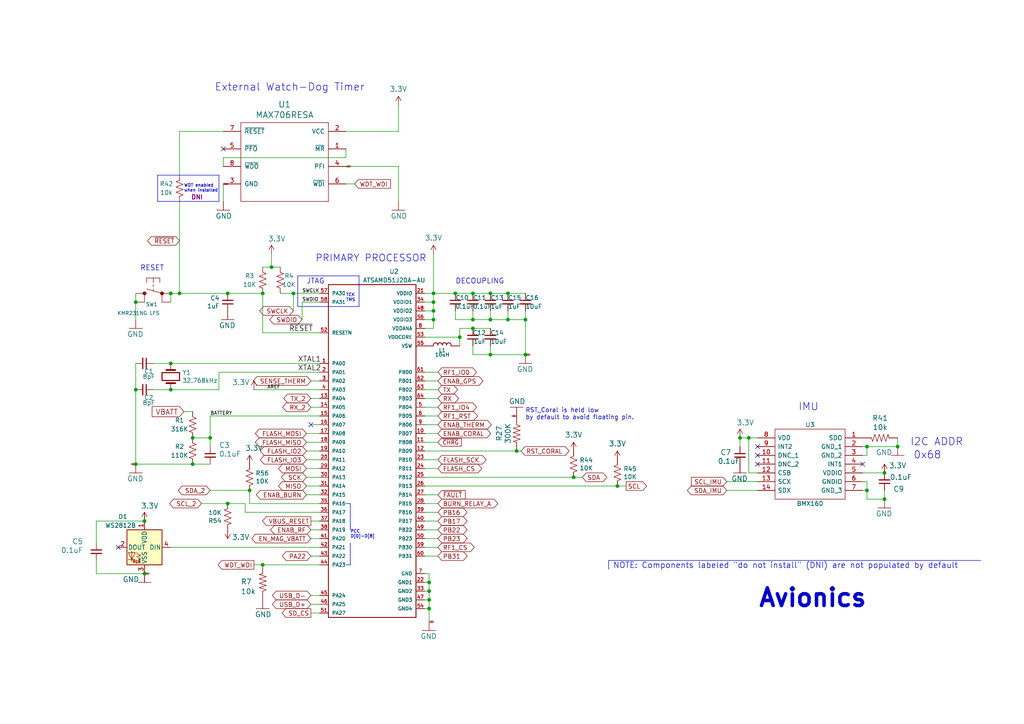
<source format=kicad_sch>
(kicad_sch (version 20230121) (generator eeschema)
  (paper "A4")
  (title_block (title "PyCubed Mainboard") (date "2021-06-09") (rev "v05c") (company "Max Holliday"))
  (lib_symbols
    (symbol "Device:Crystal" (pin_numbers hide) (pin_names (offset 1.016) hide)
      (property "Reference" "Y" (at 0 3.81 0))
      (property "Value" "Crystal" (at 0 -3.81 0))
      (symbol "Crystal_0_1"
        (rectangle (start -1.143 2.54) (end 1.143 -2.54) (stroke (width 0.3048)))
        (polyline (pts (xy -2.54 0) (xy -1.905 0)))
        (polyline (pts (xy -1.905 -1.27) (xy -1.905 1.27)) (stroke (width 0.508)))
        (polyline (pts (xy 1.905 -1.27) (xy 1.905 1.27)) (stroke (width 0.508)))
        (polyline (pts (xy 2.54 0) (xy 1.905 0)))
      )
      (symbol "Crystal_1_1"
        (pin passive line (at -3.81 0 0) (length 1.27) (name "1") (number "1"))
        (pin passive line (at 3.81 0 180) (length 1.27) (name "2") (number "2"))
      )
    )
    (symbol "Device:R_US" (pin_numbers hide) (pin_names (offset 0))
      (property "Reference" "R" (at 2.54 0 90))
      (property "Value" "R_US" (at -2.54 0 90))
      (symbol "R_US_0_1"
        (polyline (pts (xy 0 -2.286) (xy 0 -2.54)))
        (polyline (pts (xy 0 2.286) (xy 0 2.54)))
        (polyline (pts (xy 0 -0.762) (xy 1.016 -1.143) (xy 0 -1.524) (xy -1.016 -1.905) (xy 0 -2.286)))
        (polyline (pts (xy 0 0.762) (xy 1.016 0.381) (xy 0 0) (xy -1.016 -0.381) (xy 0 -0.762)))
        (polyline (pts (xy 0 2.286) (xy 1.016 1.905) (xy 0 1.524) (xy -1.016 1.143) (xy 0 0.762)))
      )
      (symbol "R_US_1_1"
        (pin passive line (at 0 3.81 270) (length 1.27) (name "~") (number "1"))
        (pin passive line (at 0 -3.81 90) (length 1.27) (name "~") (number "2"))
      )
    )
    (symbol "LED:WS2812B" (pin_names (offset 0.254))
      (property "Reference" "D" (at 5.08 5.715 0))
      (property "Value" "WS2812B" (at 1.27 -5.715 0))
      (symbol "WS2812B_0_0"
        (text "RGB" (at 2.286 -4.191 0) (effects (font (size 0.762 0.762))))
      )
      (symbol "WS2812B_0_1"
        (polyline (pts (xy 1.27 -3.556) (xy 1.778 -3.556)))
        (polyline (pts (xy 1.27 -2.54) (xy 1.778 -2.54)))
        (polyline (pts (xy 4.699 -3.556) (xy 2.667 -3.556)))
        (polyline (pts (xy 2.286 -2.54) (xy 1.27 -3.556) (xy 1.27 -3.048)))
        (polyline (pts (xy 2.286 -1.524) (xy 1.27 -2.54) (xy 1.27 -2.032)))
        (polyline (pts (xy 3.683 -1.016) (xy 3.683 -3.556) (xy 3.683 -4.064)))
        (polyline (pts (xy 4.699 -1.524) (xy 2.667 -1.524) (xy 3.683 -3.556) (xy 4.699 -1.524)))
        (rectangle (start 5.08 5.08) (end -5.08 -5.08) (stroke (width 0.254)) (fill (type background)))
      )
      (symbol "WS2812B_1_1"
        (pin power_in line (at 0 7.62 270) (length 2.54) (name "VDD") (number "1"))
        (pin output line (at 7.62 0 180) (length 2.54) (name "DOUT") (number "2"))
        (pin power_in line (at 0 -7.62 90) (length 2.54) (name "VSS") (number "3"))
        (pin input line (at -7.62 0 0) (length 2.54) (name "DIN") (number "4"))
      )
    )
    (symbol "mainboard:3.3V" (power) (pin_names (offset 1.016))
      (property "Value" "3.3V" (at -1.016 3.556 0))
      (symbol "3.3V_1_0"
        (polyline (pts (xy 0 2.54) (xy -0.762 1.27)))
        (polyline (pts (xy 0.762 1.27) (xy 0 2.54)))
        (pin power_in line (at 0 0 90) (length 2.54) (name "3.3V") (number "1"))
      )
    )
    (symbol "mainboard:ATSAMD51J20A-AU" (pin_names (offset 1.016))
      (property "Reference" "U" (at -12.7254 48.4124 0))
      (property "Value" "ATSAMD51J20A-AU" (at -12.7254 -50.8762 0))
      (symbol "ATSAMD51J20A-AU_0_0"
        (polyline (pts (xy -12.7 -48.26) (xy 12.7 -48.26)) (stroke (width 0.254)))
        (polyline (pts (xy -12.7 48.26) (xy -12.7 -48.26)) (stroke (width 0.254)))
        (polyline (pts (xy 12.7 -48.26) (xy 12.7 48.26)) (stroke (width 0.254)))
        (polyline (pts (xy 12.7 48.26) (xy -12.7 48.26)) (stroke (width 0.254)))
        (pin bidirectional line (at -15.24 25.4 0) (length 2.54) (name "PA00") (number "1"))
        (pin bidirectional line (at 15.24 5.08 180) (length 2.54) (name "PB07") (number "10"))
        (pin bidirectional line (at 15.24 2.54 180) (length 2.54) (name "PB08") (number "11"))
        (pin bidirectional line (at 15.24 0 180) (length 2.54) (name "PB09") (number "12"))
        (pin bidirectional line (at -15.24 15.24 0) (length 2.54) (name "PA04") (number "13"))
        (pin bidirectional line (at -15.24 12.7 0) (length 2.54) (name "PA05") (number "14"))
        (pin bidirectional line (at -15.24 10.16 0) (length 2.54) (name "PA06") (number "15"))
        (pin bidirectional line (at -15.24 7.62 0) (length 2.54) (name "PA07") (number "16"))
        (pin bidirectional line (at -15.24 5.08 0) (length 2.54) (name "PA08") (number "17"))
        (pin bidirectional line (at -15.24 2.54 0) (length 2.54) (name "PA09") (number "18"))
        (pin bidirectional line (at -15.24 0 0) (length 2.54) (name "PA10") (number "19"))
        (pin bidirectional line (at -15.24 22.86 0) (length 2.54) (name "PA01") (number "2"))
        (pin bidirectional line (at -15.24 -2.54 0) (length 2.54) (name "PA11") (number "20"))
        (pin power_in line (at 15.24 45.72 180) (length 2.54) (name "VDDIO") (number "21"))
        (pin power_in line (at 15.24 -38.1 180) (length 2.54) (name "GND1") (number "22"))
        (pin bidirectional line (at 15.24 -2.54 180) (length 2.54) (name "PB10") (number "23"))
        (pin bidirectional line (at 15.24 -5.08 180) (length 2.54) (name "PB11") (number "24"))
        (pin bidirectional line (at 15.24 -7.62 180) (length 2.54) (name "PB12") (number "25"))
        (pin bidirectional line (at 15.24 -10.16 180) (length 2.54) (name "PB13") (number "26"))
        (pin bidirectional line (at 15.24 -12.7 180) (length 2.54) (name "PB14") (number "27"))
        (pin bidirectional line (at 15.24 -15.24 180) (length 2.54) (name "PB15") (number "28"))
        (pin bidirectional line (at -15.24 -5.08 0) (length 2.54) (name "PA12") (number "29"))
        (pin bidirectional line (at -15.24 20.32 0) (length 2.54) (name "PA02") (number "3"))
        (pin bidirectional line (at -15.24 -7.62 0) (length 2.54) (name "PA13") (number "30"))
        (pin bidirectional line (at -15.24 -10.16 0) (length 2.54) (name "PA14") (number "31"))
        (pin bidirectional line (at -15.24 -12.7 0) (length 2.54) (name "PA15") (number "32"))
        (pin power_in line (at 15.24 -40.64 180) (length 2.54) (name "GND2") (number "33"))
        (pin power_in line (at 15.24 43.18 180) (length 2.54) (name "VDDIO1") (number "34"))
        (pin bidirectional line (at -15.24 -15.24 0) (length 2.54) (name "PA16") (number "35"))
        (pin bidirectional line (at -15.24 -17.78 0) (length 2.54) (name "PA17") (number "36"))
        (pin bidirectional line (at -15.24 -20.32 0) (length 2.54) (name "PA18") (number "37"))
        (pin bidirectional line (at -15.24 -22.86 0) (length 2.54) (name "PA19") (number "38"))
        (pin bidirectional line (at 15.24 -17.78 180) (length 2.54) (name "PB16") (number "39"))
        (pin bidirectional line (at -15.24 17.78 0) (length 2.54) (name "PA03") (number "4"))
        (pin bidirectional line (at 15.24 -20.32 180) (length 2.54) (name "PB17") (number "40"))
        (pin bidirectional line (at -15.24 -25.4 0) (length 2.54) (name "PA20") (number "41"))
        (pin bidirectional line (at -15.24 -27.94 0) (length 2.54) (name "PA21") (number "42"))
        (pin bidirectional line (at -15.24 -30.48 0) (length 2.54) (name "PA22") (number "43"))
        (pin bidirectional line (at -15.24 -33.02 0) (length 2.54) (name "PA23") (number "44"))
        (pin bidirectional line (at -15.24 -41.91 0) (length 2.54) (name "PA24") (number "45"))
        (pin bidirectional line (at -15.24 -44.45 0) (length 2.54) (name "PA25") (number "46"))
        (pin power_in line (at 15.24 -43.18 180) (length 2.54) (name "GND3") (number "47"))
        (pin power_in line (at 15.24 40.64 180) (length 2.54) (name "VDDIO2") (number "48"))
        (pin bidirectional line (at 15.24 -22.86 180) (length 2.54) (name "PB22") (number "49"))
        (pin bidirectional line (at 15.24 12.7 180) (length 2.54) (name "PB04") (number "5"))
        (pin bidirectional line (at 15.24 -25.4 180) (length 2.54) (name "PB23") (number "50"))
        (pin bidirectional line (at -15.24 -46.99 0) (length 2.54) (name "PA27") (number "51"))
        (pin input line (at -15.24 34.29 0) (length 2.54) (name "RESETN") (number "52"))
        (pin power_in line (at 15.24 33.02 180) (length 2.54) (name "VDDCORE") (number "53"))
        (pin power_in line (at 15.24 -45.72 180) (length 2.54) (name "GND4") (number "54"))
        (pin power_in line (at 15.24 30.48 180) (length 2.54) (name "VSW") (number "55"))
        (pin power_in line (at 15.24 38.1 180) (length 2.54) (name "VDDIO3") (number "56"))
        (pin bidirectional line (at -15.24 45.72 0) (length 2.54) (name "PA30") (number "57"))
        (pin bidirectional line (at -15.24 43.18 0) (length 2.54) (name "PA31") (number "58"))
        (pin bidirectional line (at 15.24 -27.94 180) (length 2.54) (name "PB30") (number "59"))
        (pin bidirectional line (at 15.24 10.16 180) (length 2.54) (name "PB05") (number "6"))
        (pin bidirectional line (at 15.24 -30.48 180) (length 2.54) (name "PB31") (number "60"))
        (pin bidirectional line (at 15.24 22.86 180) (length 2.54) (name "PB00") (number "61"))
        (pin bidirectional line (at 15.24 20.32 180) (length 2.54) (name "PB01") (number "62"))
        (pin bidirectional line (at 15.24 17.78 180) (length 2.54) (name "PB02") (number "63"))
        (pin bidirectional line (at 15.24 15.24 180) (length 2.54) (name "PB03") (number "64"))
        (pin power_in line (at 15.24 -35.56 180) (length 2.54) (name "GND") (number "7"))
        (pin power_in line (at 15.24 35.56 180) (length 2.54) (name "VDDANA") (number "8"))
        (pin bidirectional line (at 15.24 7.62 180) (length 2.54) (name "PB06") (number "9"))
      )
    )
    (symbol "mainboard:BMX160" (pin_names (offset 0.762))
      (property "Reference" "IC" (at 26.67 7.62 0))
      (property "Value" "BMX160" (at 26.67 5.08 0))
      (symbol "BMX160_0_0"
        (pin bidirectional line (at 0 0 0) (length 5.08) (name "SDO") (number "1"))
        (pin bidirectional line (at 30.48 -5.08 180) (length 5.08) (name "DNC_1") (number "10"))
        (pin bidirectional line (at 30.48 -7.62 180) (length 5.08) (name "DNC_2") (number "11"))
        (pin bidirectional line (at 30.48 -10.16 180) (length 5.08) (name "CSB") (number "12"))
        (pin bidirectional line (at 30.48 -12.7 180) (length 5.08) (name "SCX") (number "13"))
        (pin bidirectional line (at 30.48 -15.24 180) (length 5.08) (name "SDX") (number "14"))
        (pin bidirectional line (at 0 -2.54 0) (length 5.08) (name "GND_1") (number "2"))
        (pin bidirectional line (at 0 -5.08 0) (length 5.08) (name "GND_2") (number "3"))
        (pin bidirectional line (at 0 -7.62 0) (length 5.08) (name "INT1") (number "4"))
        (pin bidirectional line (at 0 -10.16 0) (length 5.08) (name "VDDIO") (number "5"))
        (pin bidirectional line (at 0 -12.7 0) (length 5.08) (name "GNDIO") (number "6"))
        (pin bidirectional line (at 0 -15.24 0) (length 5.08) (name "GND_3") (number "7"))
        (pin bidirectional line (at 30.48 0 180) (length 5.08) (name "VDD") (number "8"))
        (pin bidirectional line (at 30.48 -2.54 180) (length 5.08) (name "INT2") (number "9"))
      )
      (symbol "BMX160_0_1"
        (polyline (pts (xy 5.08 2.54) (xy 25.4 2.54) (xy 25.4 -17.78) (xy 5.08 -17.78) (xy 5.08 2.54)) (stroke (width 0.1524)))
      )
    )
    (symbol "mainboard:C_Small" (pin_numbers hide) (pin_names (offset 0.254) hide)
      (property "Reference" "C" (at 0.254 1.778 0))
      (property "Value" "C_Small" (at 0.254 -2.032 0))
      (symbol "C_Small_0_1"
        (polyline (pts (xy -1.524 -0.508) (xy 1.524 -0.508)) (stroke (width 0.3302)))
        (polyline (pts (xy -1.524 0.508) (xy 1.524 0.508)) (stroke (width 0.3048)))
      )
      (symbol "C_Small_1_1"
        (pin passive line (at 0 2.54 270) (length 2.032) (name "~") (number "1"))
        (pin passive line (at 0 -2.54 90) (length 2.032) (name "~") (number "2"))
      )
    )
    (symbol "mainboard:GND" (power) (pin_names (offset 1.016))
      (property "Value" "GND" (at -2.54 -2.54 0))
      (symbol "GND_1_0"
        (polyline (pts (xy -1.905 0) (xy 1.905 0)))
        (pin power_in line (at 0 2.54 270) (length 2.54) (name "GND") (number "1"))
      )
    )
    (symbol "mainboard:INDUCTOR-Adafruit_Feather_M4_Express-eagle-import-lab64_SAM32-rescue-SAMD-10-rescue-SAM32-rescue" (pin_names (offset 1.016))
      (property "Reference" "L" (at 0 2.54 0))
      (property "Value" "INDUCTOR-Adafruit_Feather_M4_Express-eagle-import-lab64_SAM32-rescue-SAMD-10-rescue-SAM32-rescue" (at 0 -1.524 0))
      (symbol "INDUCTOR-Adafruit_Feather_M4_Express-eagle-import-lab64_SAM32-rescue-SAMD-10-rescue-SAM32-rescue_1_0"
        (arc (start -1.27 0.3048) (mid -1.905 0.9149) (end -2.54 0.3048) (stroke (width 0.254)))
        (polyline (pts (xy -2.54 0.3048) (xy -2.54 0)))
        (polyline (pts (xy 2.54 0.3048) (xy 2.54 0)))
        (arc (start 0 0.3048) (mid -0.635 0.9149) (end -1.27 0.3048) (stroke (width 0.254)))
        (arc (start 1.27 0.3048) (mid 0.635 0.9149) (end 0 0.3048) (stroke (width 0.254)))
        (arc (start 2.54 0.3048) (mid 1.905 0.9149) (end 1.27 0.3048) (stroke (width 0.254)))
        (pin passive line (at -5.08 0 0) (length 2.54) (name "1") (number "1"))
        (pin passive line (at 5.08 0 180) (length 2.54) (name "2") (number "2"))
      )
    )
    (symbol "mainboard:KMR231NG LFS" (pin_names (offset 1.016))
      (property "Reference" "SW" (at -2.54 6.35 0))
      (property "Value" "KMR231NG LFS" (at -2.54 -5.08 0))
      (symbol "KMR231NG LFS_1_0"
        (circle (center -2.54 0) (radius 0.127) (stroke (width 0.4064)))
        (polyline (pts (xy -2.54 -2.54) (xy -2.54 0)))
        (polyline (pts (xy -2.54 0) (xy 1.905 1.27)))
        (polyline (pts (xy -1.905 4.445) (xy -1.905 3.175)))
        (polyline (pts (xy 0 1.27) (xy 0 0.635)))
        (polyline (pts (xy 0 2.54) (xy 0 1.905)))
        (polyline (pts (xy 0 4.445) (xy -1.905 4.445)))
        (polyline (pts (xy 0 4.445) (xy 0 3.175)))
        (polyline (pts (xy 1.905 0) (xy 2.54 0)))
        (polyline (pts (xy 1.905 4.445) (xy 0 4.445)))
        (polyline (pts (xy 1.905 4.445) (xy 1.905 3.175)))
        (polyline (pts (xy 2.54 -2.54) (xy 2.54 0)))
        (circle (center 2.54 0) (radius 0.127) (stroke (width 0.4064)))
        (pin passive line (at -5.08 0 0) (length 2.54) (name "P") (number "A"))
        (pin passive line (at -5.08 -2.54 0) (length 2.54) (name "P1") (number "A'"))
        (pin passive line (at 5.08 0 180) (length 2.54) (name "S") (number "B"))
        (pin passive line (at 5.08 -2.54 180) (length 2.54) (name "S1") (number "B'"))
      )
    )
    (symbol "mainboard:MAX708RESA-T" (pin_names (offset 1.016))
      (property "Reference" "U" (at 15.5956 9.1186 0))
      (property "Value" "MAX708RESA-T" (at 14.9606 6.5786 0))
      (symbol "MAX708RESA-T_1_0"
        (polyline (pts (xy 7.62 -17.78) (xy 33.02 -17.78)))
        (polyline (pts (xy 7.62 5.08) (xy 7.62 -17.78)))
        (polyline (pts (xy 33.02 -17.78) (xy 33.02 5.08)))
        (polyline (pts (xy 33.02 5.08) (xy 7.62 5.08)))
        (pin input line (at 2.54 -2.54 0) (length 5.08) (name "~{MR}") (number "1"))
        (pin power_in line (at 2.54 2.54 0) (length 5.08) (name "VCC") (number "2"))
        (pin power_in line (at 38.1 -12.7 180) (length 5.08) (name "GND") (number "3"))
        (pin input line (at 2.54 -7.62 0) (length 5.08) (name "PFI") (number "4"))
        (pin output line (at 38.1 -2.54 180) (length 5.08) (name "~{PFO}") (number "5"))
        (pin input line (at 2.54 -12.7 0) (length 5.08) (name "~{WDI}") (number "6"))
        (pin output line (at 38.1 2.54 180) (length 5.08) (name "~{RESET}") (number "7"))
        (pin output line (at 38.1 -7.62 180) (length 5.08) (name "~{WDO}") (number "8"))
      )
    )
    (symbol "mainboard:R-US_R0603" (pin_names (offset 1.016))
      (property "Reference" "R" (at -3.81 1.4986 0))
      (property "Value" "R-US_R0603" (at -3.81 -3.302 0))
      (symbol "R-US_R0603_1_0"
        (polyline (pts (xy -2.54 0) (xy -2.159 1.016)))
        (polyline (pts (xy -2.159 1.016) (xy -1.524 -1.016)))
        (polyline (pts (xy -1.524 -1.016) (xy -0.889 1.016)))
        (polyline (pts (xy -0.889 1.016) (xy -0.254 -1.016)))
        (polyline (pts (xy -0.254 -1.016) (xy 0.381 1.016)))
        (polyline (pts (xy 0.381 1.016) (xy 1.016 -1.016)))
        (polyline (pts (xy 1.016 -1.016) (xy 1.651 1.016)))
        (polyline (pts (xy 1.651 1.016) (xy 2.286 -1.016)))
        (polyline (pts (xy 2.286 -1.016) (xy 2.54 0)))
        (pin passive line (at -5.08 0 0) (length 2.54) (name "1") (number "1"))
        (pin passive line (at 5.08 0 180) (length 2.54) (name "2") (number "2"))
      )
    )
  )
  (junction (at 179.07 140.97))
  (junction (at 55.88 134.62))
  (junction (at 85.09 85.09))
  (junction (at 66.04 85.09))
  (junction (at 132.08 85.09))
  (junction (at 49.53 85.09))
  (junction (at 256.54 144.78))
  (junction (at 137.16 92.71))
  (junction (at 76.2 85.09))
  (junction (at 214.63 127))
  (junction (at 256.54 137.16))
  (junction (at 39.37 87.63))
  (junction (at 217.17 127))
  (junction (at 147.32 85.09))
  (junction (at 41.91 151.13))
  (junction (at 260.35 129.54))
  (junction (at 124.46 171.45))
  (junction (at 124.46 173.99))
  (junction (at 66.04 146.05))
  (junction (at 78.74 77.47))
  (junction (at 125.73 87.63))
  (junction (at 149.86 130.81))
  (junction (at 60.96 127))
  (junction (at 124.46 168.91))
  (junction (at 125.73 90.17))
  (junction (at 39.37 134.62))
  (junction (at 52.07 85.09))
  (junction (at 55.88 127))
  (junction (at 251.46 129.54))
  (junction (at 142.24 102.87))
  (junction (at 49.53 105.41))
  (junction (at 147.32 92.71))
  (junction (at 152.4 102.87))
  (junction (at 142.24 92.71))
  (junction (at 133.35 97.79))
  (junction (at 49.53 113.03))
  (junction (at 137.16 95.25))
  (junction (at 124.46 176.53))
  (junction (at 142.24 85.09))
  (junction (at 152.4 92.71))
  (junction (at 125.73 92.71))
  (junction (at 72.39 142.24))
  (junction (at 39.37 113.03))
  (junction (at 41.91 166.37))
  (junction (at 166.37 138.43))
  (junction (at 125.73 85.09))
  (junction (at 251.46 142.24))
  (junction (at 76.2 163.83))
  (junction (at 137.16 85.09))
  (no_connect (at 219.71 134.62))
  (no_connect (at 250.19 134.62))
  (no_connect (at 64.77 43.18))
  (no_connect (at 34.29 158.75))
  (no_connect (at 90.17 123.19))
  (no_connect (at 219.71 129.54))
  (no_connect (at 219.71 132.08))
  (wire (pts (xy 123.19 153.67) (xy 127 153.67)))
  (wire (pts (xy 78.74 77.47) (xy 81.28 77.47)))
  (wire (pts (xy 152.4 92.71) (xy 152.4 102.87)))
  (wire (pts (xy 123.19 130.81) (xy 149.86 130.81)))
  (wire (pts (xy 125.73 85.09) (xy 132.08 85.09)))
  (wire (pts (xy 214.63 129.54) (xy 214.63 127)))
  (wire (pts (xy 44.45 113.03) (xy 49.53 113.03)))
  (wire (pts (xy 27.94 151.13) (xy 41.91 151.13)))
  (wire (pts (xy 39.37 105.41) (xy 39.37 113.03)))
  (wire (pts (xy 125.73 95.25) (xy 125.73 92.71)))
  (wire (pts (xy 52.07 38.1) (xy 52.07 50.8)))
  (wire (pts (xy 123.19 171.45) (xy 124.46 171.45)))
  (wire (pts (xy 137.16 85.09) (xy 142.24 85.09)))
  (wire (pts (xy 85.09 90.17) (xy 85.09 85.09)))
  (polyline (pts (xy 176.53 165.1) (xy 176.53 162.56)))
  (wire (pts (xy 64.77 48.26) (xy 64.77 45.72)))
  (wire (pts (xy 78.74 73.66) (xy 78.74 77.47)))
  (wire (pts (xy 52.07 85.09) (xy 66.04 85.09)))
  (wire (pts (xy 115.57 48.26) (xy 115.57 58.42)))
  (wire (pts (xy 92.71 110.49) (xy 90.17 110.49)))
  (wire (pts (xy 123.19 166.37) (xy 124.46 166.37)))
  (wire (pts (xy 27.94 166.37) (xy 41.91 166.37)))
  (polyline (pts (xy 101.6 163.83) (xy 101.6 157.48)))
  (wire (pts (xy 55.88 127) (xy 60.96 127)))
  (polyline (pts (xy 63.5 50.8) (xy 63.5 58.42)))
  (wire (pts (xy 123.19 168.91) (xy 124.46 168.91)))
  (wire (pts (xy 85.09 85.09) (xy 92.71 85.09)))
  (wire (pts (xy 123.19 85.09) (xy 125.73 85.09)))
  (wire (pts (xy 137.16 102.87) (xy 142.24 102.87)))
  (wire (pts (xy 123.19 161.29) (xy 127 161.29)))
  (wire (pts (xy 147.32 92.71) (xy 152.4 92.71)))
  (wire (pts (xy 60.96 127) (xy 60.96 120.65)))
  (wire (pts (xy 49.53 158.75) (xy 92.71 158.75)))
  (wire (pts (xy 181.61 140.97) (xy 179.07 140.97)))
  (wire (pts (xy 142.24 100.33) (xy 142.24 102.87)))
  (wire (pts (xy 142.24 102.87) (xy 152.4 102.87)))
  (wire (pts (xy 102.87 53.34) (xy 100.33 53.34)))
  (wire (pts (xy 72.39 142.24) (xy 60.96 142.24)))
  (wire (pts (xy 133.35 97.79) (xy 133.35 100.33)))
  (wire (pts (xy 132.08 90.17) (xy 132.08 92.71)))
  (wire (pts (xy 52.07 58.42) (xy 52.07 85.09)))
  (wire (pts (xy 92.71 118.11) (xy 90.17 118.11)))
  (wire (pts (xy 127 128.27) (xy 123.19 128.27)))
  (polyline (pts (xy 86.36 88.9) (xy 104.14 88.9)))
  (wire (pts (xy 123.19 138.43) (xy 166.37 138.43)))
  (wire (pts (xy 127 133.35) (xy 123.19 133.35)))
  (wire (pts (xy 27.94 162.56) (xy 27.94 166.37)))
  (wire (pts (xy 250.19 139.7) (xy 251.46 139.7)))
  (wire (pts (xy 125.73 90.17) (xy 125.73 87.63)))
  (wire (pts (xy 123.19 151.13) (xy 127 151.13)))
  (wire (pts (xy 217.17 127) (xy 219.71 127)))
  (wire (pts (xy 123.19 140.97) (xy 179.07 140.97)))
  (wire (pts (xy 76.2 163.83) (xy 73.66 163.83)))
  (wire (pts (xy 39.37 85.09) (xy 39.37 87.63)))
  (wire (pts (xy 100.33 45.72) (xy 100.33 43.18)))
  (wire (pts (xy 123.19 176.53) (xy 124.46 176.53)))
  (polyline (pts (xy 104.14 88.9) (xy 104.14 80.01)))
  (wire (pts (xy 49.53 105.41) (xy 92.71 105.41)))
  (wire (pts (xy 127 125.73) (xy 123.19 125.73)))
  (wire (pts (xy 168.91 138.43) (xy 166.37 138.43)))
  (wire (pts (xy 44.45 105.41) (xy 49.53 105.41)))
  (polyline (pts (xy 100.33 163.83) (xy 101.6 163.83)))
  (wire (pts (xy 71.12 146.05) (xy 66.04 146.05)))
  (wire (pts (xy 123.19 90.17) (xy 125.73 90.17)))
  (wire (pts (xy 81.28 85.09) (xy 85.09 85.09)))
  (wire (pts (xy 88.9 138.43) (xy 92.71 138.43)))
  (wire (pts (xy 92.71 172.72) (xy 90.17 172.72)))
  (wire (pts (xy 87.63 87.63) (xy 92.71 87.63)))
  (wire (pts (xy 152.4 90.17) (xy 152.4 92.71)))
  (wire (pts (xy 124.46 176.53) (xy 124.46 180.34)))
  (wire (pts (xy 123.19 87.63) (xy 125.73 87.63)))
  (wire (pts (xy 49.53 85.09) (xy 52.07 85.09)))
  (wire (pts (xy 76.2 96.52) (xy 76.2 85.09)))
  (wire (pts (xy 250.19 132.08) (xy 251.46 132.08)))
  (wire (pts (xy 92.71 133.35) (xy 88.9 133.35)))
  (wire (pts (xy 250.19 129.54) (xy 251.46 129.54)))
  (wire (pts (xy 66.04 85.09) (xy 76.2 85.09)))
  (wire (pts (xy 66.04 146.05) (xy 58.42 146.05)))
  (wire (pts (xy 217.17 137.16) (xy 217.17 127)))
  (wire (pts (xy 76.2 77.47) (xy 78.74 77.47)))
  (wire (pts (xy 88.9 130.81) (xy 92.71 130.81)))
  (wire (pts (xy 219.71 137.16) (xy 217.17 137.16)))
  (wire (pts (xy 55.88 134.62) (xy 39.37 134.62)))
  (wire (pts (xy 142.24 92.71) (xy 142.24 90.17)))
  (wire (pts (xy 123.19 146.05) (xy 127 146.05)))
  (wire (pts (xy 256.54 137.16) (xy 250.19 137.16)))
  (wire (pts (xy 125.73 87.63) (xy 125.73 85.09)))
  (wire (pts (xy 100.33 48.26) (xy 115.57 48.26)))
  (wire (pts (xy 92.71 96.52) (xy 76.2 96.52)))
  (wire (pts (xy 127 120.65) (xy 123.19 120.65)))
  (wire (pts (xy 49.53 113.03) (xy 63.5 113.03)))
  (polyline (pts (xy 101.6 146.05) (xy 101.6 153.67)))
  (wire (pts (xy 127 110.49) (xy 123.19 110.49)))
  (wire (pts (xy 87.63 87.63) (xy 87.63 92.71)))
  (polyline (pts (xy 104.14 80.01) (xy 86.36 80.01)))
  (wire (pts (xy 210.82 142.24) (xy 219.71 142.24)))
  (wire (pts (xy 39.37 87.63) (xy 39.37 92.71)))
  (wire (pts (xy 123.19 123.19) (xy 127 123.19)))
  (wire (pts (xy 92.71 146.05) (xy 72.39 146.05)))
  (wire (pts (xy 115.57 38.1) (xy 100.33 38.1)))
  (wire (pts (xy 123.19 143.51) (xy 127 143.51)))
  (wire (pts (xy 88.9 128.27) (xy 92.71 128.27)))
  (wire (pts (xy 90.17 151.13) (xy 92.71 151.13)))
  (wire (pts (xy 123.19 95.25) (xy 125.73 95.25)))
  (wire (pts (xy 133.35 97.79) (xy 133.35 95.25)))
  (wire (pts (xy 123.19 115.57) (xy 127 115.57)))
  (wire (pts (xy 251.46 129.54) (xy 260.35 129.54)))
  (wire (pts (xy 251.46 144.78) (xy 256.54 144.78)))
  (polyline (pts (xy 100.33 146.05) (xy 101.6 146.05)))
  (wire (pts (xy 115.57 38.1) (xy 115.57 30.48)))
  (wire (pts (xy 92.71 143.51) (xy 88.9 143.51)))
  (wire (pts (xy 63.5 113.03) (xy 63.5 107.95)))
  (polyline (pts (xy 86.36 80.01) (xy 86.36 88.9)))
  (wire (pts (xy 90.17 177.8) (xy 92.71 177.8)))
  (wire (pts (xy 123.19 148.59) (xy 127 148.59)))
  (wire (pts (xy 147.32 90.17) (xy 147.32 92.71)))
  (wire (pts (xy 88.9 125.73) (xy 92.71 125.73)))
  (polyline (pts (xy 45.72 58.42) (xy 45.72 50.8)))
  (wire (pts (xy 63.5 107.95) (xy 92.71 107.95)))
  (polyline (pts (xy 63.5 58.42) (xy 45.72 58.42)))
  (wire (pts (xy 123.19 113.03) (xy 127 113.03)))
  (wire (pts (xy 256.54 142.24) (xy 256.54 144.78)))
  (wire (pts (xy 92.71 163.83) (xy 76.2 163.83)))
  (wire (pts (xy 123.19 97.79) (xy 133.35 97.79)))
  (wire (pts (xy 72.39 146.05) (xy 72.39 142.24)))
  (wire (pts (xy 123.19 156.21) (xy 127 156.21)))
  (polyline (pts (xy 176.53 162.56) (xy 284.48 162.56)))
  (wire (pts (xy 250.19 142.24) (xy 251.46 142.24)))
  (wire (pts (xy 92.71 175.26) (xy 90.17 175.26)))
  (wire (pts (xy 124.46 168.91) (xy 124.46 171.45)))
  (wire (pts (xy 147.32 85.09) (xy 152.4 85.09)))
  (wire (pts (xy 124.46 166.37) (xy 124.46 168.91)))
  (wire (pts (xy 137.16 95.25) (xy 142.24 95.25)))
  (wire (pts (xy 71.12 148.59) (xy 71.12 146.05)))
  (wire (pts (xy 124.46 173.99) (xy 124.46 176.53)))
  (wire (pts (xy 137.16 90.17) (xy 137.16 92.71)))
  (wire (pts (xy 251.46 139.7) (xy 251.46 142.24)))
  (wire (pts (xy 125.73 92.71) (xy 125.73 90.17)))
  (wire (pts (xy 127 135.89) (xy 123.19 135.89)))
  (wire (pts (xy 149.86 130.81) (xy 151.13 130.81)))
  (wire (pts (xy 49.53 87.63) (xy 49.53 85.09)))
  (wire (pts (xy 88.9 140.97) (xy 92.71 140.97)))
  (wire (pts (xy 92.71 148.59) (xy 71.12 148.59)))
  (wire (pts (xy 64.77 38.1) (xy 52.07 38.1)))
  (wire (pts (xy 142.24 92.71) (xy 147.32 92.71)))
  (wire (pts (xy 123.19 158.75) (xy 127 158.75)))
  (wire (pts (xy 39.37 113.03) (xy 39.37 134.62)))
  (wire (pts (xy 73.66 113.03) (xy 92.71 113.03)))
  (wire (pts (xy 142.24 92.71) (xy 137.16 92.71)))
  (wire (pts (xy 92.71 123.19) (xy 90.17 123.19)))
  (wire (pts (xy 133.35 95.25) (xy 137.16 95.25)))
  (wire (pts (xy 92.71 156.21) (xy 90.17 156.21)))
  (wire (pts (xy 124.46 171.45) (xy 124.46 173.99)))
  (wire (pts (xy 53.34 119.38) (xy 55.88 119.38)))
  (wire (pts (xy 60.96 120.65) (xy 92.71 120.65)))
  (wire (pts (xy 123.19 173.99) (xy 124.46 173.99)))
  (wire (pts (xy 260.35 129.54) (xy 260.35 127)))
  (wire (pts (xy 92.71 153.67) (xy 90.17 153.67)))
  (wire (pts (xy 137.16 102.87) (xy 137.16 100.33)))
  (wire (pts (xy 88.9 135.89) (xy 92.71 135.89)))
  (wire (pts (xy 210.82 139.7) (xy 219.71 139.7)))
  (wire (pts (xy 214.63 127) (xy 217.17 127)))
  (wire (pts (xy 142.24 85.09) (xy 147.32 85.09)))
  (wire (pts (xy 251.46 142.24) (xy 251.46 144.78)))
  (wire (pts (xy 123.19 118.11) (xy 127 118.11)))
  (wire (pts (xy 132.08 85.09) (xy 137.16 85.09)))
  (wire (pts (xy 60.96 129.54) (xy 60.96 127)))
  (wire (pts (xy 27.94 151.13) (xy 27.94 157.48)))
  (wire (pts (xy 123.19 107.95) (xy 127 107.95)))
  (wire (pts (xy 92.71 115.57) (xy 90.17 115.57)))
  (wire (pts (xy 64.77 45.72) (xy 100.33 45.72)))
  (wire (pts (xy 125.73 85.09) (xy 125.73 73.66)))
  (wire (pts (xy 92.71 161.29) (xy 90.17 161.29)))
  (wire (pts (xy 123.19 92.71) (xy 125.73 92.71)))
  (wire (pts (xy 60.96 134.62) (xy 55.88 134.62)))
  (polyline (pts (xy 45.72 50.8) (xy 63.5 50.8)))
  (wire (pts (xy 64.77 53.34) (xy 64.77 58.42)))
  (wire (pts (xy 137.16 92.71) (xy 132.08 92.71)))
  (wire (pts (xy 251.46 129.54) (xy 251.46 132.08)))
  (text "PRIMARY PROCESSOR" (at 91.44 76.2 0) (effects (font (size 2.0066 2.0066)) (justify left bottom)))
  (text "JTAG\n" (at 88.9 82.55 0) (effects (font (size 1.4986 1.4986)) (justify left bottom)))
  (text "Avionics" (at 219.71 176.53 0) (effects (font (size 5.08 5.08) (thickness 1.016) bold) (justify left bottom)))
  (text "IMU" (at 237.49 119.38 0) (effects (font (size 2.159 2.159)) (justify right bottom)))
  (text "PCC\nD[0]-D[8]" (at 101.6 156.21 0) (effects (font (size 0.889 0.889)) (justify left bottom)))
  (text "0x68" (at 273.05 133.35 0) (effects (font (size 2.159 2.159)) (justify right bottom)))
  (text "NOTE: Components labeled \"do not install\" (DNI) are not populated by default" (at 177.8 165.1 0) (effects (font (size 1.651 1.651)) (justify left bottom)))
  (text "TCK\nTMS" (at 100.33 87.63 0) (effects (font (size 0.889 0.889)) (justify left bottom)))
  (text "RESET" (at 40.64 78.74 0) (effects (font (size 1.4986 1.4986)) (justify left bottom)))
  (text "WDT enabled\nwhen installed" (at 53.34 55.88 0) (effects (font (size 0.889 0.889)) (justify left bottom)))
  (text "I2C ADDR" (at 279.4 129.54 0) (effects (font (size 2.159 2.159)) (justify right bottom)))
  (text "RST_Coral is held low \nby default to avoid floating pin." (at 152.4 121.92 0) (effects (font (size 1.27 1.27)) (justify left bottom)))
  (text "External Watch-Dog Timer" (at 62.23 26.67 0) (effects (font (size 2.159 2.159)) (justify left bottom)))
  (text "DECOUPLING\n" (at 132.08 82.55 0) (effects (font (size 1.4986 1.4986)) (justify left bottom)))
  (label "~{RESET}" (at 83.82 96.52 0) (effects (font (size 1.4986 1.4986))))
  (label "SWDIO" (at 87.63 87.63 0) (effects (font (size 0.9906 0.9906))))
  (label "XTAL2" (at 86.36 107.95 0) (effects (font (size 1.524 1.524))))
  (label "XTAL1" (at 86.36 105.41 0) (effects (font (size 1.524 1.524))))
  (label "BATTERY" (at 60.96 120.65 0) (effects (font (size 1.016 1.016))))
  (label "AREF" (at 77.47 113.03 0) (effects (font (size 1.016 1.016))))
  (label "SWCLK" (at 87.63 85.09 0) (effects (font (size 0.9906 0.9906))))
  (global_label "VBUS_RESET" (shape output) (at 90.17 151.13 180) (property "Intersheetrefs" "${INTERSHEET_REFS}" (effects hide)))
  (global_label "~{CHRG}" (shape input) (at 127 128.27 0) (effects (font (size 1.143 1.143))) (property "Intersheetrefs" "${INTERSHEET_REFS}" (effects hide)))
  (global_label "~{FAULT}" (shape input) (at 127 143.51 0) (property "Intersheetrefs" "${INTERSHEET_REFS}" (effects hide)))
  (global_label "USB_D+" (shape bidirectional) (at 90.17 175.26 180) (property "Intersheetrefs" "${INTERSHEET_REFS}" (effects hide)))
  (global_label "MISO" (shape bidirectional) (at 88.9 140.97 180) (property "Intersheetrefs" "${INTERSHEET_REFS}" (effects hide)))
  (global_label "PB16" (shape bidirectional) (at 127 148.59 0) (property "Intersheetrefs" "${INTERSHEET_REFS}" (effects hide)))
  (global_label "GND" (shape bidirectional) (at 149.86 120.65 180) (effects (font (size 0.254 0.254))) (property "Intersheetrefs" "${INTERSHEET_REFS}" (effects hide)))
  (global_label "ENAB_RF" (shape bidirectional) (at 90.17 153.67 180) (property "Intersheetrefs" "${INTERSHEET_REFS}" (effects hide)))
  (global_label "PA22" (shape bidirectional) (at 90.17 161.29 180) (property "Intersheetrefs" "${INTERSHEET_REFS}" (effects hide)))
  (global_label "SCK" (shape bidirectional) (at 88.9 138.43 180) (property "Intersheetrefs" "${INTERSHEET_REFS}" (effects hide)))
  (global_label "RF1_RST" (shape bidirectional) (at 127 120.65 0) (property "Intersheetrefs" "${INTERSHEET_REFS}" (effects hide)))
  (global_label "GND" (shape bidirectional) (at 64.77 53.34 0) (effects (font (size 0.254 0.254))) (property "Intersheetrefs" "${INTERSHEET_REFS}" (effects hide)))
  (global_label "PB23" (shape bidirectional) (at 127 156.21 0) (property "Intersheetrefs" "${INTERSHEET_REFS}" (effects hide)))
  (global_label "TX" (shape bidirectional) (at 127 113.03 0) (property "Intersheetrefs" "${INTERSHEET_REFS}" (effects hide)))
  (global_label "BURN_RELAY_A" (shape bidirectional) (at 127 146.05 0) (property "Intersheetrefs" "${INTERSHEET_REFS}" (effects hide)))
  (global_label "ENAB_BURN" (shape bidirectional) (at 88.9 143.51 180) (property "Intersheetrefs" "${INTERSHEET_REFS}" (effects hide)))
  (global_label "FLASH_IO3" (shape bidirectional) (at 88.9 133.35 180) (property "Intersheetrefs" "${INTERSHEET_REFS}" (effects hide)))
  (global_label "ENAB_THERM" (shape bidirectional) (at 127 123.19 0) (property "Intersheetrefs" "${INTERSHEET_REFS}" (effects hide)))
  (global_label "RF1_CS" (shape bidirectional) (at 127 158.75 0) (property "Intersheetrefs" "${INTERSHEET_REFS}" (effects hide)))
  (global_label "WDT_WDI" (shape output) (at 73.66 163.83 180) (property "Intersheetrefs" "${INTERSHEET_REFS}" (effects hide)))
  (global_label "SD_CS" (shape output) (at 90.17 177.8 180) (property "Intersheetrefs" "${INTERSHEET_REFS}" (effects hide)))
  (global_label "ENAB_GPS" (shape bidirectional) (at 127 110.49 0) (property "Intersheetrefs" "${INTERSHEET_REFS}" (effects hide)))
  (global_label "WDT_WDI" (shape input) (at 102.87 53.34 0) (property "Intersheetrefs" "${INTERSHEET_REFS}" (effects hide)))
  (global_label "SWDIO" (shape bidirectional) (at 87.63 92.71 180) (property "Intersheetrefs" "${INTERSHEET_REFS}" (effects hide)))
  (global_label "VBATT" (shape input) (at 53.34 119.38 180) (effects (font (size 1.4986 1.4986))) (property "Intersheetrefs" "${INTERSHEET_REFS}" (effects hide)))
  (global_label "SCL_2" (shape bidirectional) (at 58.42 146.05 180) (property "Intersheetrefs" "${INTERSHEET_REFS}" (effects hide)))
  (global_label "SWCLK" (shape bidirectional) (at 85.09 90.17 180) (property "Intersheetrefs" "${INTERSHEET_REFS}" (effects hide)))
  (global_label "SDA_2" (shape bidirectional) (at 60.96 142.24 180) (property "Intersheetrefs" "${INTERSHEET_REFS}" (effects hide)))
  (global_label "PB31" (shape bidirectional) (at 127 161.29 0) (property "Intersheetrefs" "${INTERSHEET_REFS}" (effects hide)))
  (global_label "~{RESET}" (shape bidirectional) (at 52.07 69.85 180) (property "Intersheetrefs" "${INTERSHEET_REFS}" (effects hide)))
  (global_label "GND" (shape bidirectional) (at 39.37 134.62 180) (effects (font (size 0.254 0.254))) (property "Intersheetrefs" "${INTERSHEET_REFS}" (effects hide)))
  (global_label "FLASH_MISO" (shape bidirectional) (at 88.9 128.27 180) (property "Intersheetrefs" "${INTERSHEET_REFS}" (effects hide)))
  (global_label "RX" (shape bidirectional) (at 127 115.57 0) (property "Intersheetrefs" "${INTERSHEET_REFS}" (effects hide)))
  (global_label "SCL" (shape output) (at 181.61 140.97 0) (property "Intersheetrefs" "${INTERSHEET_REFS}" (effects hide)))
  (global_label "GND" (shape bidirectional) (at 124.46 180.34 0) (effects (font (size 0.254 0.254))) (property "Intersheetrefs" "${INTERSHEET_REFS}" (effects hide)))
  (global_label "RX_2" (shape bidirectional) (at 90.17 118.11 180) (property "Intersheetrefs" "${INTERSHEET_REFS}" (effects hide)))
  (global_label "FLASH_SCK" (shape bidirectional) (at 127 133.35 0) (property "Intersheetrefs" "${INTERSHEET_REFS}" (effects hide)))
  (global_label "SDA" (shape bidirectional) (at 168.91 138.43 0) (property "Intersheetrefs" "${INTERSHEET_REFS}" (effects hide)))
  (global_label "PB22" (shape bidirectional) (at 127 153.67 0) (property "Intersheetrefs" "${INTERSHEET_REFS}" (effects hide)))
  (global_label "GND" (shape bidirectional) (at 100.33 48.26 0) (effects (font (size 0.254 0.254))) (property "Intersheetrefs" "${INTERSHEET_REFS}" (effects hide)))
  (global_label "FLASH_MOSI" (shape bidirectional) (at 88.9 125.73 180) (property "Intersheetrefs" "${INTERSHEET_REFS}" (effects hide)))
  (global_label "RST_CORAL" (shape bidirectional) (at 151.13 130.81 0) (property "Intersheetrefs" "${INTERSHEET_REFS}" (effects hide)))
  (global_label "GND" (shape bidirectional) (at 41.91 166.37 0) (effects (font (size 0.254 0.254))) (property "Intersheetrefs" "${INTERSHEET_REFS}" (effects hide)))
  (global_label "TX_2" (shape bidirectional) (at 90.17 115.57 180) (property "Intersheetrefs" "${INTERSHEET_REFS}" (effects hide)))
  (global_label "RF1_IO0" (shape bidirectional) (at 127 107.95 0) (property "Intersheetrefs" "${INTERSHEET_REFS}" (effects hide)))
  (global_label "GND" (shape bidirectional) (at 152.4 102.87 0) (effects (font (size 0.254 0.254))) (property "Intersheetrefs" "${INTERSHEET_REFS}" (effects hide)))
  (global_label "SENSE_THERM" (shape bidirectional) (at 90.17 110.49 180) (property "Intersheetrefs" "${INTERSHEET_REFS}" (effects hide)))
  (global_label "ENAB_CORAL" (shape bidirectional) (at 127 125.73 0) (property "Intersheetrefs" "${INTERSHEET_REFS}" (effects hide)))
  (global_label "MOSI" (shape bidirectional) (at 88.9 135.89 180) (property "Intersheetrefs" "${INTERSHEET_REFS}" (effects hide)))
  (global_label "FLASH_IO2" (shape bidirectional) (at 88.9 130.81 180) (property "Intersheetrefs" "${INTERSHEET_REFS}" (effects hide)))
  (global_label "SCL_IMU" (shape input) (at 210.82 139.7 180) (property "Intersheetrefs" "${INTERSHEET_REFS}" (effects hide)))
  (global_label "PB17" (shape bidirectional) (at 127 151.13 0) (property "Intersheetrefs" "${INTERSHEET_REFS}" (effects hide)))
  (global_label "RF1_IO4" (shape bidirectional) (at 127 118.11 0) (property "Intersheetrefs" "${INTERSHEET_REFS}" (effects hide)))
  (global_label "SDA_IMU" (shape bidirectional) (at 210.82 142.24 180) (property "Intersheetrefs" "${INTERSHEET_REFS}" (effects hide)))
  (global_label "USB_D-" (shape bidirectional) (at 90.17 172.72 180) (property "Intersheetrefs" "${INTERSHEET_REFS}" (effects hide)))
  (global_label "FLASH_CS" (shape bidirectional) (at 127 135.89 0) (property "Intersheetrefs" "${INTERSHEET_REFS}" (effects hide)))
  (global_label "EN_MAG_VBATT" (shape bidirectional) (at 90.17 156.21 180) (property "Intersheetrefs" "${INTERSHEET_REFS}" (effects hide)))
  (symbol (lib_id "mainboard:GND") (at 64.77 60.96 0) (mirror y) (unit 1)
    (property "Reference" "#GND06" (effects hide))
    (property "Value" "GND" (at 67.31 63.5 0) (effects (font (size 1.4986 1.4986)) (justify left bottom)))
  )
  (symbol (lib_id "mainboard:3.3V") (at 115.57 30.48 0) (mirror y) (unit 1)
    (property "Reference" "#SUPPLY01" (effects hide))
    (property "Value" "3.3V" (at 118.11 26.67 0) (effects (font (size 1.4986 1.4986)) (justify left bottom)))
  )
  (symbol (lib_id "mainboard:C_Small") (at 256.54 139.7 0) (mirror x) (unit 1)
    (property "Reference" "C9" (at 259.08 140.97 0) (effects (font (size 1.4986 1.4986)) (justify left bottom)))
    (property "Value" "0.1uF" (at 258.064 137.541 0) (effects (font (size 1.4986 1.4986)) (justify left bottom)))
    (property "Footprint" "Capacitor_SMD:C_0603_1608Metric" (effects hide))
    (property "Description" "0.1uF +-10% 50V X7R 0603" (effects hide))
  )
  (symbol (lib_id "mainboard:GND") (at 76.2 176.53 0) (mirror y) (unit 1)
    (property "Reference" "#GND010" (effects hide))
    (property "Value" "GND" (at 78.74 179.07 0) (effects (font (size 1.4986 1.4986)) (justify left bottom)))
  )
  (symbol (lib_id "mainboard:C_Small") (at 152.4 87.63 0) (unit 1)
    (property "Reference" "C16" (at 152.4 86.36 0) (effects (justify left)))
    (property "Value" "10uF" (at 152.4 88.9 0) (effects (justify left)))
    (property "Footprint" "Capacitor_SMD:C_0603_1608Metric" (effects hide))
    (property "Description" "10uF +-20% 10V X5R" (effects hide))
  )
  (symbol (lib_id "mainboard:C_Small") (at 147.32 87.63 0) (unit 1)
    (property "Reference" "C15" (at 147.32 86.36 0) (effects (justify left)))
    (property "Value" "1uF" (at 147.32 88.9 0) (effects (justify left)))
    (property "Footprint" "Capacitor_SMD:C_0603_1608Metric" (effects hide))
    (property "Description" "1uF 0603 X7R" (effects hide))
  )
  (symbol (lib_id "mainboard:C_Small") (at 142.24 87.63 0) (unit 1)
    (property "Reference" "C13" (at 142.24 86.36 0) (effects (justify left)))
    (property "Value" "1uF" (at 142.24 88.9 0) (effects (justify left)))
    (property "Footprint" "Capacitor_SMD:C_0603_1608Metric" (effects hide))
    (property "Description" "1uF 0603 X7R" (effects hide))
  )
  (symbol (lib_id "mainboard:C_Small") (at 66.04 87.63 0) (mirror x) (unit 1)
    (property "Reference" "C4" (at 63.7032 86.4616 0) (effects (justify right)))
    (property "Value" "1uF" (at 63.7032 88.773 0) (effects (justify right)))
    (property "Footprint" "Capacitor_SMD:C_0603_1608Metric" (effects hide))
    (property "Description" "1uF 0603 X7R" (effects hide))
  )
  (symbol (lib_id "mainboard:C_Small") (at 137.16 97.79 0) (mirror x) (unit 1)
    (property "Reference" "C12" (at 140.97 96.52 0) (effects (justify right)))
    (property "Value" "1uF" (at 140.97 99.06 0) (effects (justify right)))
    (property "Footprint" "Capacitor_SMD:C_0603_1608Metric" (effects hide))
    (property "Description" "1uF 0603 X7R" (effects hide))
  )
  (symbol (lib_id "mainboard:INDUCTOR-Adafruit_Feather_M4_Express-eagle-import-lab64_SAM32-rescue-SAMD-10-rescue-SAM32-rescue") (at 128.27 100.33 0) (mirror y) (unit 1)
    (property "Reference" "L1" (at 128.27 101.6 0) (effects (font (size 1.0668 1.0668))))
    (property "Value" "10uH" (at 128.27 102.87 0) (effects (font (size 1.0668 1.0668))))
    (property "Footprint" "Inductor_SMD:L_0805_2012Metric_Pad1.15x1.40mm_HandSolder" (effects hide))
    (property "Description" "10uH Unshielded 0805" (effects hide))
    (property "Flight" "MGFL2012F100MT-LF" (effects hide))
    (property "Manufacturer_Name" "MicroGate" (effects hide))
    (property "Manufacturer_Part_Number" "MGFL2012F100MT-LF" (effects hide))
    (property "Proto" "MGFL2012F100MT-LF" (effects hide))
  )
  (symbol (lib_id "mainboard:C_Small") (at 142.24 97.79 0) (mirror y) (unit 1)
    (property "Reference" "C14" (at 142.24 96.52 0) (effects (justify right)))
    (property "Value" "10uF" (at 142.24 99.06 0) (effects (justify right)))
    (property "Footprint" "Capacitor_SMD:C_0603_1608Metric" (effects hide))
    (property "Description" "10uF +-20% 10V X5R" (effects hide))
  )
  (symbol (lib_id "mainboard:KMR231NG LFS") (at 44.45 85.09 0) (mirror y) (unit 1)
    (property "Reference" "SW1" (at 45.72 88.9 0) (effects (font (size 1.0668 1.0668)) (justify left bottom)))
    (property "Value" "KMR231NG LFS" (at 46.355 91.44 0) (effects (font (size 1.0668 1.0668)) (justify left bottom)))
    (property "Footprint" "mainboard:BTN_KMR2_4.6X2.8" (effects hide))
    (property "Datasheet" "https://www.ckswitches.com/media/1479/kmr2.pdf" (effects hide))
    (property "Description" "Tactile Switch SPST-NO" (effects hide))
    (property "Flight" "KMR231NG LFS" (effects hide))
    (property "Manufacturer_Name" "C&K" (effects hide))
    (property "Manufacturer_Part_Number" "KMR231NG LFS" (effects hide))
    (property "Proto" "KMR231NG LFS" (effects hide))
  )
  (symbol (lib_id "mainboard:C_Small") (at 41.91 105.41 270) (mirror x) (unit 1)
    (property "Reference" "C1" (at 43.1546 107.696 90))
    (property "Value" "8pF" (at 43.18 109.22 90))
    (property "Footprint" "Capacitor_SMD:C_0603_1608Metric" (effects hide))
    (property "Description" "8pF +-0.25pF 50V C0G 0603" (effects hide))
  )
  (symbol (lib_id "mainboard:C_Small") (at 41.91 113.03 270) (mirror x) (unit 1)
    (property "Reference" "C2" (at 43.1546 115.316 90))
    (property "Value" "8pF" (at 43.18 116.84 90))
    (property "Footprint" "Capacitor_SMD:C_0603_1608Metric" (effects hide))
    (property "Description" "8pF +-0.25pF 50V C0G 0603" (effects hide))
  )
  (symbol (lib_id "Device:R_US") (at 55.88 123.19 0) (unit 1)
    (property "Reference" "R1" (at 52.07 121.92 0))
    (property "Value" "316K" (at 52.07 124.46 0))
    (property "Footprint" "Resistor_SMD:R_0603_1608Metric" (effects hide))
    (property "Description" "316K 0603" (effects hide))
  )
  (symbol (lib_id "Device:R_US") (at 81.28 81.28 0) (unit 1)
    (property "Reference" "R4" (at 83.82 80.01 0))
    (property "Value" "10K" (at 83.82 82.55 0))
    (property "Footprint" "Resistor_SMD:R_0603_1608Metric" (effects hide))
    (property "Description" "10K 0603" (effects hide))
  )
  (symbol (lib_id "Device:R_US") (at 76.2 81.28 0) (unit 1)
    (property "Reference" "R3" (at 72.39 80.01 0))
    (property "Value" "10K" (at 72.39 82.55 0))
    (property "Footprint" "Resistor_SMD:R_0603_1608Metric" (effects hide))
    (property "Description" "10K 0603" (effects hide))
  )
  (symbol (lib_id "Device:R_US") (at 55.88 130.81 180) (unit 1)
    (property "Reference" "R2" (at 52.07 129.54 0))
    (property "Value" "110K" (at 52.07 132.08 0))
    (property "Footprint" "Resistor_SMD:R_0603_1608Metric" (effects hide))
    (property "Description" "110K 0603" (effects hide))
  )
  (symbol (lib_id "mainboard:ATSAMD51J20A-AU") (at 107.95 130.81 0) (unit 1)
    (property "Reference" "U2" (at 114.3 78.74 0))
    (property "Value" "ATSAMD51J20A-AU" (at 114.3 81.28 0))
    (property "Footprint" "mainboard:QFP50P1200X1200X120-64N" (effects hide))
    (property "Datasheet" "https://ww1.microchip.com/downloads/aemDocuments/documents/MCU32/ProductDocuments/DataSheets/SAM-D5x-E5x-Family-Data-Sheet-DS60001507.pdf" (effects hide))
    (property "Description" "Microcontroller" (effects hide))
    (property "Flight" "ATSAMD51J20A-AU" (effects hide))
    (property "Manufacturer_Name" "Microchip Technology" (effects hide))
    (property "Manufacturer_Part_Number" "ATSAMD51J20A-AU" (effects hide))
    (property "Proto" "ATSAMD51J20A-AU" (effects hide))
    (property "Field4" "120MHZ 1024KB Flash 64 TQFP PKG inTray 85CTemp, 64 TQFP 10x10x1mm TRAY" (effects hide))
    (property "Field5" "TQFP-64 Microchip" (effects hide))
    (property "Field6" "None" (effects hide))
    (property "Field7" "ATSAMD51J20A-AU" (effects hide))
    (property "Field8" "Unavailable" (effects hide))
  )
  (symbol (lib_id "mainboard:C_Small") (at 137.16 87.63 0) (unit 1)
    (property "Reference" "C11" (at 137.16 86.36 0) (effects (justify left)))
    (property "Value" "0.1uF" (at 137.16 88.9 0) (effects (justify left)))
    (property "Footprint" "Capacitor_SMD:C_0603_1608Metric" (effects hide))
    (property "Description" "0.1uF +-10% 50V X7R 0603" (effects hide))
  )
  (symbol (lib_id "mainboard:3.3V") (at 125.73 73.66 0) (unit 1)
    (property "Reference" "#SUPPLY04" (effects hide))
    (property "Value" "3.3V" (at 123.19 69.85 0) (effects (font (size 1.4986 1.4986)) (justify left bottom)))
  )
  (symbol (lib_id "mainboard:3.3V") (at 78.74 73.66 0) (unit 1)
    (property "Reference" "#SUPPLY02" (effects hide))
    (property "Value" "3.3V" (at 77.724 70.104 0) (effects (font (size 1.4986 1.4986)) (justify left bottom)))
  )
  (symbol (lib_id "mainboard:GND") (at 124.46 182.88 0) (unit 1)
    (property "Reference" "#GND08" (effects hide))
    (property "Value" "GND" (at 121.92 185.42 0) (effects (font (size 1.4986 1.4986)) (justify left bottom)))
  )
  (symbol (lib_id "mainboard:GND") (at 41.91 168.91 0) (unit 1)
    (property "Reference" "#GND05" (effects hide))
    (property "Value" "GND" (at 35.56 168.91 0) (effects (font (size 1.4986 1.4986)) (justify left bottom)))
  )
  (symbol (lib_id "mainboard:GND") (at 152.4 105.41 0) (unit 1)
    (property "Reference" "#GND09" (effects hide))
    (property "Value" "GND" (at 149.86 107.95 0) (effects (font (size 1.4986 1.4986)) (justify left bottom)))
  )
  (symbol (lib_id "mainboard:GND") (at 66.04 92.71 0) (unit 1)
    (property "Reference" "#GND04" (effects hide))
    (property "Value" "GND" (at 63.5 95.25 0) (effects (font (size 1.4986 1.4986)) (justify left bottom)))
  )
  (symbol (lib_id "mainboard:GND") (at 39.37 137.16 0) (unit 1)
    (property "Reference" "#GND03" (effects hide))
    (property "Value" "GND" (at 36.83 139.7 0) (effects (font (size 1.4986 1.4986)) (justify left bottom)))
  )
  (symbol (lib_id "mainboard:GND") (at 39.37 95.25 0) (unit 1)
    (property "Reference" "#GND02" (effects hide))
    (property "Value" "GND" (at 36.83 97.79 0) (effects (font (size 1.4986 1.4986)) (justify left bottom)))
  )
  (symbol (lib_id "mainboard:C_Small") (at 60.96 132.08 0) (mirror y) (unit 1)
    (property "Reference" "C3" (at 63.5 128.27 0) (effects (font (size 1.4986 1.4986)) (justify right top)))
    (property "Value" "0.1uF" (at 63.5 130.81 0) (effects (font (size 1.4986 1.4986)) (justify right top)))
    (property "Footprint" "Capacitor_SMD:C_0603_1608Metric" (effects hide))
    (property "Description" "0.1uF +-10% 50V X7R 0603" (effects hide))
  )
  (symbol (lib_id "mainboard:3.3V") (at 73.66 113.03 0) (unit 1)
    (property "Reference" "#SUPPLY0101" (effects hide))
    (property "Value" "3.3V" (at 67.31 111.76 0) (effects (font (size 1.4986 1.4986)) (justify left bottom)))
  )
  (symbol (lib_id "Device:Crystal") (at 49.53 109.22 270) (unit 1)
    (property "Reference" "Y1" (at 52.8574 108.0516 90) (effects (justify left)))
    (property "Value" "32.768kHz" (at 52.8574 110.363 90) (effects (justify left)))
    (property "Footprint" "Crystal:Crystal_SMD_3215-2Pin_3.2x1.5mm" (effects hide))
    (property "Datasheet" "https://abracon.com/Resonators/ABS07.pdf" (effects hide))
    (property "Description" "32.768kHz Crystal Oscillator" (effects hide))
    (property "Flight" "ABS07-32.768KHZ-T" (effects hide))
    (property "Manufacturer_Name" "Abracon LLC" (effects hide))
    (property "Manufacturer_Part_Number" "SC-32S32.768kHz20PPM7pF" (effects hide))
    (property "Proto" "SC-32S32.768kHz20PPM7pF" (effects hide))
  )
  (symbol (lib_id "mainboard:C_Small") (at 132.08 87.63 0) (unit 1)
    (property "Reference" "C10" (at 132.08 86.36 0) (effects (justify left)))
    (property "Value" "0.1uF" (at 132.08 88.9 0) (effects (justify left)))
    (property "Footprint" "Capacitor_SMD:C_0603_1608Metric" (effects hide))
    (property "Description" "0.1uF +-10% 50V X7R 0603" (effects hide))
  )
  (symbol (lib_id "Device:R_US") (at 52.07 54.61 0) (mirror x) (unit 1)
    (property "Reference" "R42" (at 48.26 53.34 0))
    (property "Value" "10k" (at 48.26 55.88 0))
    (property "Footprint" "Resistor_SMD:R_0603_1608Metric" (effects hide))
    (property "DNI" "DNI" (at 57.15 57.15 0) (effects (font bold)))
    (property "Description" "10k 0603" (effects hide))
  )
  (symbol (lib_id "Device:R_US") (at 166.37 134.62 0) (mirror y) (unit 1)
    (property "Reference" "R44" (at 168.0972 133.4516 0) (effects (justify right)))
    (property "Value" "10K" (at 168.0972 135.763 0) (effects (justify right)))
    (property "Footprint" "Resistor_SMD:R_0603_1608Metric" (effects hide))
    (property "Description" "10K 0603" (effects hide))
  )
  (symbol (lib_id "Device:R_US") (at 179.07 137.16 0) (mirror y) (unit 1)
    (property "Reference" "R45" (at 180.7972 135.9916 0) (effects (justify right)))
    (property "Value" "10K" (at 180.7972 138.303 0) (effects (justify right)))
    (property "Footprint" "Resistor_SMD:R_0603_1608Metric" (effects hide))
    (property "Description" "10K 0603" (effects hide))
  )
  (symbol (lib_id "mainboard:MAX708RESA-T") (at 102.87 40.64 0) (mirror y) (unit 1)
    (property "Reference" "U1" (at 82.55 30.2768 0) (effects (font (size 1.7526 1.7526))))
    (property "Value" "MAX706RESA" (at 82.55 33.3248 0) (effects (font (size 1.7526 1.7526))))
    (property "Footprint" "Package_SO:SO-8_3.9x4.9mm_P1.27mm" (effects hide))
    (property "Datasheet" "https://datasheets.maximintegrated.com/en/ds/MAX706AP-MAX708T.pdf" (effects hide))
    (property "Description" "Watch-dog Timer" (effects hide))
    (property "Flight" "MAX706RESA" (effects hide))
    (property "Manufacturer_Name" "Maxim Integrated" (effects hide))
    (property "Manufacturer_Part_Number" "MAX706RESA" (effects hide))
    (property "Proto" "MAX706RESA" (effects hide))
  )
  (symbol (lib_id "LED:WS2812B") (at 41.91 158.75 0) (mirror y) (unit 1)
    (property "Reference" "D1" (at 34.29 149.86 0) (effects (justify right)))
    (property "Value" "WS2812B" (at 30.48 152.4 0) (effects (justify right)))
    (property "Footprint" "LED_SMD:LED_WS2812B_PLCC4_5.0x5.0mm_P3.2mm" (effects hide))
    (property "Datasheet" "https://cdn-shop.adafruit.com/datasheets/WS2812B.pdf" (effects hide))
    (property "Description" "RGB LED \"Neopixel\"" (effects hide))
    (property "Flight" "WS2812B-B" (effects hide))
    (property "Manufacturer_Name" "Worldsemi" (effects hide))
    (property "Manufacturer_Part_Number" "WS2812B-B" (effects hide))
    (property "Proto" "WS2812B-B" (effects hide))
  )
  (symbol (lib_id "mainboard:3.3V") (at 41.91 151.13 0) (unit 1)
    (property "Reference" "#SUPPLY0117" (effects hide))
    (property "Value" "3.3V" (at 40.894 147.574 0) (effects (font (size 1.4986 1.4986)) (justify left bottom)))
  )
  (symbol (lib_id "mainboard:BMX160") (at 250.19 127 0) (mirror y) (unit 1)
    (property "Reference" "U3" (at 234.95 123.19 0))
    (property "Value" "BMX160" (at 234.95 146.05 0))
    (property "Footprint" "mainboard:BMX160" (effects hide))
    (property "Datasheet" "https://ae-bst.resource.bosch.com/media/_tech/media/datasheets/BST-BMX160-DS000.pdf" (effects hide))
    (property "Description" "IMUs - Inertial Measurement Units 9-axis (9DOF) Absolute Orientation MEMS Sensor" (effects hide))
    (property "Flight" "BMX160" (effects hide))
    (property "Manufacturer_Name" "Bosch Sensortec" (effects hide))
    (property "Manufacturer_Part_Number" "BMX160" (effects hide))
    (property "Proto" "BMX160" (effects hide))
  )
  (symbol (lib_id "mainboard:GND") (at 256.54 147.32 0) (unit 1)
    (property "Reference" "#GND0112" (effects hide))
    (property "Value" "GND" (at 254 149.86 0) (effects (font (size 1.4986 1.4986)) (justify left bottom)))
  )
  (symbol (lib_id "mainboard:GND") (at 260.35 132.08 0) (unit 1)
    (property "Reference" "#GND0113" (effects hide))
    (property "Value" "GND" (at 254 132.08 0) (effects (font (size 1.4986 1.4986)) (justify left bottom)))
  )
  (symbol (lib_id "mainboard:3.3V") (at 166.37 130.81 0) (unit 1)
    (property "Reference" "#SUPPLY0118" (effects hide))
    (property "Value" "3.3V" (at 163.83 127 0) (effects (font (size 1.4986 1.4986)) (justify left bottom)))
  )
  (symbol (lib_id "mainboard:GND") (at 214.63 137.16 0) (unit 1)
    (property "Reference" "#GND0114" (effects hide))
    (property "Value" "GND" (at 212.09 139.7 0) (effects (font (size 1.4986 1.4986)) (justify left bottom)))
  )
  (symbol (lib_id "mainboard:R-US_R0603") (at 255.27 127 0) (mirror x) (unit 1)
    (property "Reference" "R41" (at 255.27 121.2596 0) (effects (font (size 1.4986 1.4986))))
    (property "Value" "10k" (at 255.27 123.9266 0) (effects (font (size 1.4986 1.4986))))
    (property "Footprint" "Resistor_SMD:R_0603_1608Metric" (effects hide))
    (property "Description" "10k 0603" (effects hide))
  )
  (symbol (lib_id "mainboard:C_Small") (at 27.94 160.02 0) (unit 1)
    (property "Reference" "C5" (at 24.13 156.21 0) (effects (font (size 1.4986 1.4986)) (justify right top)))
    (property "Value" "0.1uF" (at 24.13 158.75 0) (effects (font (size 1.4986 1.4986)) (justify right top)))
    (property "Footprint" "Capacitor_SMD:C_0603_1608Metric" (effects hide))
    (property "Description" "0.1uF +-10% 50V X7R 0603" (effects hide))
  )
  (symbol (lib_id "mainboard:3.3V") (at 256.54 137.16 0) (unit 1)
    (property "Reference" "#SUPPLY09" (effects hide))
    (property "Value" "3.3V" (at 257.81 135.89 0) (effects (font (size 1.4986 1.4986)) (justify left bottom)))
  )
  (symbol (lib_id "mainboard:3.3V") (at 214.63 127 0) (unit 1)
    (property "Reference" "#SUPPLY03" (effects hide))
    (property "Value" "3.3V" (at 213.614 123.444 0) (effects (font (size 1.4986 1.4986)) (justify left bottom)))
  )
  (symbol (lib_id "mainboard:3.3V") (at 179.07 133.35 0) (unit 1)
    (property "Reference" "#SUPPLY05" (effects hide))
    (property "Value" "3.3V" (at 176.53 129.54 0) (effects (font (size 1.4986 1.4986)) (justify left bottom)))
  )
  (symbol (lib_id "Device:R_US") (at 66.04 149.86 0) (mirror x) (unit 1)
    (property "Reference" "R54" (at 64.3128 151.0284 0) (effects (justify right)))
    (property "Value" "10K" (at 64.3128 148.717 0) (effects (justify right)))
    (property "Footprint" "Resistor_SMD:R_0603_1608Metric" (effects hide))
    (property "Description" "10K 0603" (effects hide))
  )
  (symbol (lib_id "mainboard:3.3V") (at 66.04 153.67 180) (unit 1)
    (property "Reference" "#SUPPLY0103" (effects hide))
    (property "Value" "3.3V" (at 72.39 154.94 0) (effects (font (size 1.4986 1.4986)) (justify left bottom)))
  )
  (symbol (lib_id "Device:R_US") (at 72.39 138.43 0) (mirror y) (unit 1)
    (property "Reference" "R56" (at 74.1172 137.2616 0) (effects (justify right)))
    (property "Value" "10K" (at 74.1172 139.573 0) (effects (justify right)))
    (property "Footprint" "Resistor_SMD:R_0603_1608Metric" (effects hide))
    (property "Description" "10K 0603" (effects hide))
  )
  (symbol (lib_id "mainboard:3.3V") (at 72.39 134.62 0) (unit 1)
    (property "Reference" "#SUPPLY0105" (effects hide))
    (property "Value" "3.3V" (at 71.12 130.81 0) (effects (font (size 1.4986 1.4986)) (justify left bottom)))
  )
  (symbol (lib_id "mainboard:C_Small") (at 214.63 132.08 0) (mirror y) (unit 1)
    (property "Reference" "C7" (at 212.09 132.08 0) (effects (font (size 1.4986 1.4986)) (justify left bottom)))
    (property "Value" "0.1uF" (at 214.63 134.62 0) (effects (font (size 1.4986 1.4986)) (justify left bottom)))
    (property "Footprint" "Capacitor_SMD:C_0603_1608Metric" (effects hide))
    (property "Description" "0.1uF +-10% 50V X7R 0603" (effects hide))
  )
  (symbol (lib_id "mainboard:GND") (at 115.57 60.96 0) (mirror y) (unit 1)
    (property "Reference" "#GND01" (effects hide))
    (property "Value" "GND" (at 118.11 63.5 0) (effects (font (size 1.4986 1.4986)) (justify left bottom)))
  )
  (symbol (lib_id "mainboard:R-US_R0603") (at 76.2 168.91 270) (mirror x) (unit 1)
    (property "Reference" "R7" (at 69.85 167.8686 90) (effects (font (size 1.4986 1.4986)) (justify left bottom)))
    (property "Value" "10k" (at 69.85 170.688 90) (effects (font (size 1.4986 1.4986)) (justify left bottom)))
    (property "Footprint" "Resistor_SMD:R_0603_1608Metric" (effects hide))
    (property "Description" "10k 0603" (effects hide))
  )
  (symbol (lib_id "mainboard:GND") (at 149.86 118.11 180) (unit 1)
    (property "Reference" "#GND030" (effects hide))
    (property "Value" "GND" (at 152.4 115.57 0) (effects (font (size 1.4986 1.4986)) (justify left bottom)))
  )
  (symbol (lib_id "mainboard:R-US_R0603") (at 149.86 125.73 270) (unit 1)
    (property "Reference" "R27" (at 144.78 125.73 0) (effects (font (size 1.4986 1.4986))))
    (property "Value" "300K" (at 147.32 125.73 0) (effects (font (size 1.4986 1.4986))))
    (property "Footprint" "Resistor_SMD:R_0603_1608Metric" (effects hide))
    (property "Description" "73.2K 0603" (effects hide))
  )
)
</source>
